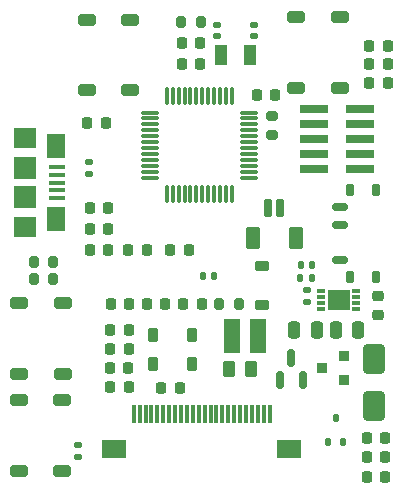
<source format=gbr>
%TF.GenerationSoftware,KiCad,Pcbnew,8.0.0*%
%TF.CreationDate,2024-03-03T14:06:41-06:00*%
%TF.ProjectId,Clock1,436c6f63-6b31-42e6-9b69-6361645f7063,4*%
%TF.SameCoordinates,Original*%
%TF.FileFunction,Paste,Top*%
%TF.FilePolarity,Positive*%
%FSLAX46Y46*%
G04 Gerber Fmt 4.6, Leading zero omitted, Abs format (unit mm)*
G04 Created by KiCad (PCBNEW 8.0.0) date 2024-03-03 14:06:41*
%MOMM*%
%LPD*%
G01*
G04 APERTURE LIST*
G04 Aperture macros list*
%AMRoundRect*
0 Rectangle with rounded corners*
0 $1 Rounding radius*
0 $2 $3 $4 $5 $6 $7 $8 $9 X,Y pos of 4 corners*
0 Add a 4 corners polygon primitive as box body*
4,1,4,$2,$3,$4,$5,$6,$7,$8,$9,$2,$3,0*
0 Add four circle primitives for the rounded corners*
1,1,$1+$1,$2,$3*
1,1,$1+$1,$4,$5*
1,1,$1+$1,$6,$7*
1,1,$1+$1,$8,$9*
0 Add four rect primitives between the rounded corners*
20,1,$1+$1,$2,$3,$4,$5,0*
20,1,$1+$1,$4,$5,$6,$7,0*
20,1,$1+$1,$6,$7,$8,$9,0*
20,1,$1+$1,$8,$9,$2,$3,0*%
G04 Aperture macros list end*
%ADD10R,0.889000X0.812800*%
%ADD11RoundRect,0.135000X-0.185000X0.135000X-0.185000X-0.135000X0.185000X-0.135000X0.185000X0.135000X0*%
%ADD12RoundRect,0.200000X0.200000X0.275000X-0.200000X0.275000X-0.200000X-0.275000X0.200000X-0.275000X0*%
%ADD13RoundRect,0.150000X0.500000X-0.150000X0.500000X0.150000X-0.500000X0.150000X-0.500000X-0.150000X0*%
%ADD14RoundRect,0.175000X0.175000X0.350000X-0.175000X0.350000X-0.175000X-0.350000X0.175000X-0.350000X0*%
%ADD15R,2.400000X0.740000*%
%ADD16RoundRect,0.225000X0.225000X0.250000X-0.225000X0.250000X-0.225000X-0.250000X0.225000X-0.250000X0*%
%ADD17RoundRect,0.225000X-0.225000X-0.250000X0.225000X-0.250000X0.225000X0.250000X-0.225000X0.250000X0*%
%ADD18RoundRect,0.140000X-0.170000X0.140000X-0.170000X-0.140000X0.170000X-0.140000X0.170000X0.140000X0*%
%ADD19RoundRect,0.250000X-0.262500X-0.450000X0.262500X-0.450000X0.262500X0.450000X-0.262500X0.450000X0*%
%ADD20RoundRect,0.200000X-0.200000X-0.275000X0.200000X-0.275000X0.200000X0.275000X-0.200000X0.275000X0*%
%ADD21RoundRect,0.060000X0.240000X-0.715000X0.240000X0.715000X-0.240000X0.715000X-0.240000X-0.715000X0*%
%ADD22RoundRect,0.120000X0.480000X-0.780000X0.480000X0.780000X-0.480000X0.780000X-0.480000X-0.780000X0*%
%ADD23R,1.400000X3.000000*%
%ADD24RoundRect,0.250000X-0.250000X-0.475000X0.250000X-0.475000X0.250000X0.475000X-0.250000X0.475000X0*%
%ADD25RoundRect,0.150000X0.150000X-0.587500X0.150000X0.587500X-0.150000X0.587500X-0.150000X-0.587500X0*%
%ADD26RoundRect,0.140000X0.170000X-0.140000X0.170000X0.140000X-0.170000X0.140000X-0.170000X-0.140000X0*%
%ADD27RoundRect,0.109200X-0.030800X-0.670800X0.030800X-0.670800X0.030800X0.670800X-0.030800X0.670800X0*%
%ADD28RoundRect,0.109200X-0.670800X0.030800X-0.670800X-0.030800X0.670800X-0.030800X0.670800X0.030800X0*%
%ADD29RoundRect,0.225000X0.225000X0.375000X-0.225000X0.375000X-0.225000X-0.375000X0.225000X-0.375000X0*%
%ADD30RoundRect,0.250000X0.512000X-0.250000X0.512000X0.250000X-0.512000X0.250000X-0.512000X-0.250000X0*%
%ADD31RoundRect,0.225000X-0.250000X0.225000X-0.250000X-0.225000X0.250000X-0.225000X0.250000X0.225000X0*%
%ADD32RoundRect,0.112500X-0.112500X-0.237500X0.112500X-0.237500X0.112500X0.237500X-0.112500X0.237500X0*%
%ADD33RoundRect,0.140000X-0.140000X-0.170000X0.140000X-0.170000X0.140000X0.170000X-0.140000X0.170000X0*%
%ADD34RoundRect,0.200000X-0.275000X0.200000X-0.275000X-0.200000X0.275000X-0.200000X0.275000X0.200000X0*%
%ADD35RoundRect,0.147500X0.147500X0.172500X-0.147500X0.172500X-0.147500X-0.172500X0.147500X-0.172500X0*%
%ADD36RoundRect,0.225000X-0.375000X0.225000X-0.375000X-0.225000X0.375000X-0.225000X0.375000X0.225000X0*%
%ADD37RoundRect,0.250000X-0.650000X1.000000X-0.650000X-1.000000X0.650000X-1.000000X0.650000X1.000000X0*%
%ADD38R,1.350000X0.400000*%
%ADD39R,1.600000X2.100000*%
%ADD40R,1.900000X1.800000*%
%ADD41R,1.900000X1.900000*%
%ADD42R,1.000000X1.800000*%
%ADD43RoundRect,0.135000X-0.135000X-0.185000X0.135000X-0.185000X0.135000X0.185000X-0.135000X0.185000X0*%
%ADD44RoundRect,0.225000X-0.225000X-0.375000X0.225000X-0.375000X0.225000X0.375000X-0.225000X0.375000X0*%
%ADD45RoundRect,0.135000X0.185000X-0.135000X0.185000X0.135000X-0.185000X0.135000X-0.185000X-0.135000X0*%
%ADD46R,0.750000X0.300000*%
%ADD47R,1.900000X1.750000*%
%ADD48R,2.000000X1.500000*%
%ADD49R,0.300000X1.500000*%
G04 APERTURE END LIST*
D10*
%TO.C,U1*%
X161994999Y-125224999D03*
X161994999Y-123175001D03*
X160105000Y-124200000D03*
%TD*%
D11*
%TO.C,R9*%
X140390000Y-106740000D03*
X140390000Y-107760000D03*
%TD*%
D12*
%TO.C,R6*%
X137375000Y-116700000D03*
X135725000Y-116700000D03*
%TD*%
D13*
%TO.C,SW1*%
X161650000Y-110600000D03*
X161650000Y-112100000D03*
X161650000Y-115100000D03*
D14*
X164700000Y-109175000D03*
X162500000Y-109175000D03*
X164700000Y-116525000D03*
X162500000Y-116525000D03*
%TD*%
D15*
%TO.C,J2*%
X163350000Y-107380000D03*
X159450000Y-107380000D03*
X163350000Y-106110000D03*
X159450000Y-106110000D03*
X163350000Y-104840000D03*
X159450000Y-104840000D03*
X163350000Y-103570000D03*
X159450000Y-103570000D03*
X163350000Y-102300000D03*
X159450000Y-102300000D03*
%TD*%
D16*
%TO.C,C12*%
X149825000Y-96700000D03*
X148275000Y-96700000D03*
%TD*%
%TO.C,C21*%
X143750000Y-124200000D03*
X142200000Y-124200000D03*
%TD*%
D17*
%TO.C,C20*%
X148400000Y-118800000D03*
X149950000Y-118800000D03*
%TD*%
D18*
%TO.C,C4*%
X154370000Y-95140000D03*
X154370000Y-96100000D03*
%TD*%
D19*
%TO.C,R4*%
X152287500Y-124300000D03*
X154112500Y-124300000D03*
%TD*%
D20*
%TO.C,R1*%
X151450000Y-118800000D03*
X153100000Y-118800000D03*
%TD*%
D21*
%TO.C,J4*%
X156600000Y-110675000D03*
X155600000Y-110675000D03*
D22*
X154300000Y-113200000D03*
X157900000Y-113200000D03*
%TD*%
D23*
%TO.C,L1*%
X152500000Y-121500000D03*
X154700000Y-121500000D03*
%TD*%
D20*
%TO.C,R7*%
X148225000Y-94950000D03*
X149875000Y-94950000D03*
%TD*%
D24*
%TO.C,C30*%
X161300000Y-120950000D03*
X163200000Y-120950000D03*
%TD*%
D18*
%TO.C,C5*%
X151250000Y-95140000D03*
X151250000Y-96100000D03*
%TD*%
D16*
%TO.C,C14*%
X165475000Y-133400000D03*
X163925000Y-133400000D03*
%TD*%
%TO.C,C2*%
X145300000Y-114200000D03*
X143750000Y-114200000D03*
%TD*%
D17*
%TO.C,C10*%
X140500000Y-112450000D03*
X142050000Y-112450000D03*
%TD*%
D25*
%TO.C,Q2*%
X156600000Y-125200000D03*
X158500000Y-125200000D03*
X157550000Y-123325000D03*
%TD*%
D26*
%TO.C,C28*%
X139450000Y-131710000D03*
X139450000Y-130750000D03*
%TD*%
D16*
%TO.C,C7*%
X165700000Y-98500000D03*
X164150000Y-98500000D03*
%TD*%
%TO.C,C16*%
X165475000Y-130170000D03*
X163925000Y-130170000D03*
%TD*%
D27*
%TO.C,U4*%
X152500000Y-101150000D03*
X152000000Y-101150000D03*
X151500000Y-101150000D03*
X151000000Y-101150000D03*
X150500000Y-101150000D03*
X150000000Y-101150000D03*
X149500000Y-101150000D03*
X149000000Y-101150000D03*
X148500000Y-101150000D03*
X148000000Y-101150000D03*
X147500000Y-101150000D03*
X147000000Y-101150000D03*
D28*
X145570000Y-102580000D03*
X145570000Y-103080000D03*
X145570000Y-103580000D03*
X145570000Y-104080000D03*
X145570000Y-104580000D03*
X145570000Y-105080000D03*
X145570000Y-105580000D03*
X145570000Y-106080000D03*
X145570000Y-106580000D03*
X145570000Y-107080000D03*
X145570000Y-107580000D03*
X145570000Y-108080000D03*
D27*
X147000000Y-109510000D03*
X147500000Y-109510000D03*
X148000000Y-109510000D03*
X148500000Y-109510000D03*
X149000000Y-109510000D03*
X149500000Y-109510000D03*
X150000000Y-109510000D03*
X150500000Y-109510000D03*
X151000000Y-109510000D03*
X151500000Y-109510000D03*
X152000000Y-109510000D03*
X152500000Y-109510000D03*
D28*
X153930000Y-108080000D03*
X153930000Y-107580000D03*
X153930000Y-107080000D03*
X153930000Y-106580000D03*
X153930000Y-106080000D03*
X153930000Y-105580000D03*
X153930000Y-105080000D03*
X153930000Y-104580000D03*
X153930000Y-104080000D03*
X153930000Y-103580000D03*
X153930000Y-103080000D03*
X153930000Y-102580000D03*
%TD*%
D29*
%TO.C,D3*%
X149100000Y-123900000D03*
X145800000Y-123900000D03*
%TD*%
D30*
%TO.C,SW4*%
X134450000Y-132900000D03*
X134450000Y-126900000D03*
X138150000Y-132900000D03*
X138150000Y-126900000D03*
%TD*%
D31*
%TO.C,C18*%
X164850000Y-118125000D03*
X164850000Y-119675000D03*
%TD*%
D32*
%TO.C,Q1*%
X160650000Y-130450000D03*
X161950000Y-130450000D03*
X161300000Y-128450000D03*
%TD*%
D17*
%TO.C,C9*%
X140500000Y-114200000D03*
X142050000Y-114200000D03*
%TD*%
%TO.C,C27*%
X142225000Y-121000000D03*
X143775000Y-121000000D03*
%TD*%
D16*
%TO.C,C6*%
X165700000Y-96900000D03*
X164150000Y-96900000D03*
%TD*%
%TO.C,C13*%
X149825000Y-98450000D03*
X148275000Y-98450000D03*
%TD*%
D17*
%TO.C,C25*%
X145300000Y-118800000D03*
X146850000Y-118800000D03*
%TD*%
D33*
%TO.C,C29*%
X150050000Y-116450000D03*
X151010000Y-116450000D03*
%TD*%
D34*
%TO.C,R2*%
X155900000Y-102850000D03*
X155900000Y-104500000D03*
%TD*%
D16*
%TO.C,C17*%
X165700000Y-100100000D03*
X164150000Y-100100000D03*
%TD*%
D30*
%TO.C,SW7*%
X157950000Y-100500000D03*
X157950000Y-94500000D03*
X161650000Y-100500000D03*
X161650000Y-94500000D03*
%TD*%
D35*
%TO.C,D4*%
X159300000Y-115450000D03*
X158330000Y-115450000D03*
%TD*%
D30*
%TO.C,SW3*%
X134500000Y-124700000D03*
X134500000Y-118700000D03*
X138200000Y-124700000D03*
X138200000Y-118700000D03*
%TD*%
D16*
%TO.C,C24*%
X148075000Y-125900000D03*
X146525000Y-125900000D03*
%TD*%
D36*
%TO.C,D1*%
X155050000Y-115550000D03*
X155050000Y-118850000D03*
%TD*%
D17*
%TO.C,C26*%
X142225000Y-125800000D03*
X143775000Y-125800000D03*
%TD*%
%TO.C,C8*%
X140500000Y-110700000D03*
X142050000Y-110700000D03*
%TD*%
D24*
%TO.C,C19*%
X157800000Y-120950000D03*
X159700000Y-120950000D03*
%TD*%
D12*
%TO.C,R5*%
X137375000Y-115200000D03*
X135725000Y-115200000D03*
%TD*%
D16*
%TO.C,C22*%
X143800000Y-118800000D03*
X142250000Y-118800000D03*
%TD*%
D17*
%TO.C,C3*%
X154650000Y-101100000D03*
X156200000Y-101100000D03*
%TD*%
D37*
%TO.C,D5*%
X164550000Y-123450000D03*
X164550000Y-127450000D03*
%TD*%
D16*
%TO.C,C23*%
X143775000Y-122600000D03*
X142225000Y-122600000D03*
%TD*%
D38*
%TO.C,J1*%
X137700000Y-107200000D03*
X137700000Y-107850000D03*
X137700000Y-108500000D03*
X137700000Y-109150000D03*
X137700000Y-109800000D03*
D39*
X137575000Y-105400000D03*
X137575000Y-111600000D03*
D40*
X135025000Y-104700000D03*
D41*
X135025000Y-107300000D03*
X135025000Y-109700000D03*
D40*
X135025000Y-112300000D03*
%TD*%
D17*
%TO.C,C1*%
X147300000Y-114200000D03*
X148850000Y-114200000D03*
%TD*%
D42*
%TO.C,Y1*%
X154050000Y-97700000D03*
X151550000Y-97700000D03*
%TD*%
D43*
%TO.C,R8*%
X158290000Y-116600000D03*
X159310000Y-116600000D03*
%TD*%
D44*
%TO.C,D2*%
X145800000Y-121400000D03*
X149100000Y-121400000D03*
%TD*%
D45*
%TO.C,R3*%
X158900000Y-118620000D03*
X158900000Y-117600000D03*
%TD*%
D16*
%TO.C,C15*%
X165475000Y-131770000D03*
X163925000Y-131770000D03*
%TD*%
%TO.C,C11*%
X141825000Y-103450000D03*
X140275000Y-103450000D03*
%TD*%
D46*
%TO.C,IC1*%
X163050000Y-119200000D03*
X163050000Y-118700000D03*
X163050000Y-118200000D03*
X163050000Y-117700000D03*
X160050000Y-117700000D03*
X160050000Y-118200000D03*
X160050000Y-118700000D03*
X160050000Y-119200000D03*
D47*
X161550000Y-118450000D03*
%TD*%
D30*
%TO.C,SW5*%
X140200000Y-100700000D03*
X140200000Y-94700000D03*
X143900000Y-100700000D03*
X143900000Y-94700000D03*
%TD*%
D48*
%TO.C,J3*%
X142550000Y-131100000D03*
X157350000Y-131100000D03*
D49*
X155700000Y-128100000D03*
X155200000Y-128100000D03*
X154700000Y-128100000D03*
X154200000Y-128100000D03*
X153700000Y-128100000D03*
X153200000Y-128100000D03*
X152700000Y-128100000D03*
X152200000Y-128100000D03*
X151700000Y-128100000D03*
X151200000Y-128100000D03*
X150700000Y-128100000D03*
X150200000Y-128100000D03*
X149700000Y-128100000D03*
X149200000Y-128100000D03*
X148700000Y-128100000D03*
X148200000Y-128100000D03*
X147700000Y-128100000D03*
X147200000Y-128100000D03*
X146700000Y-128100000D03*
X146200000Y-128100000D03*
X145700000Y-128100000D03*
X145200000Y-128100000D03*
X144700000Y-128100000D03*
X144200000Y-128100000D03*
%TD*%
M02*

</source>
